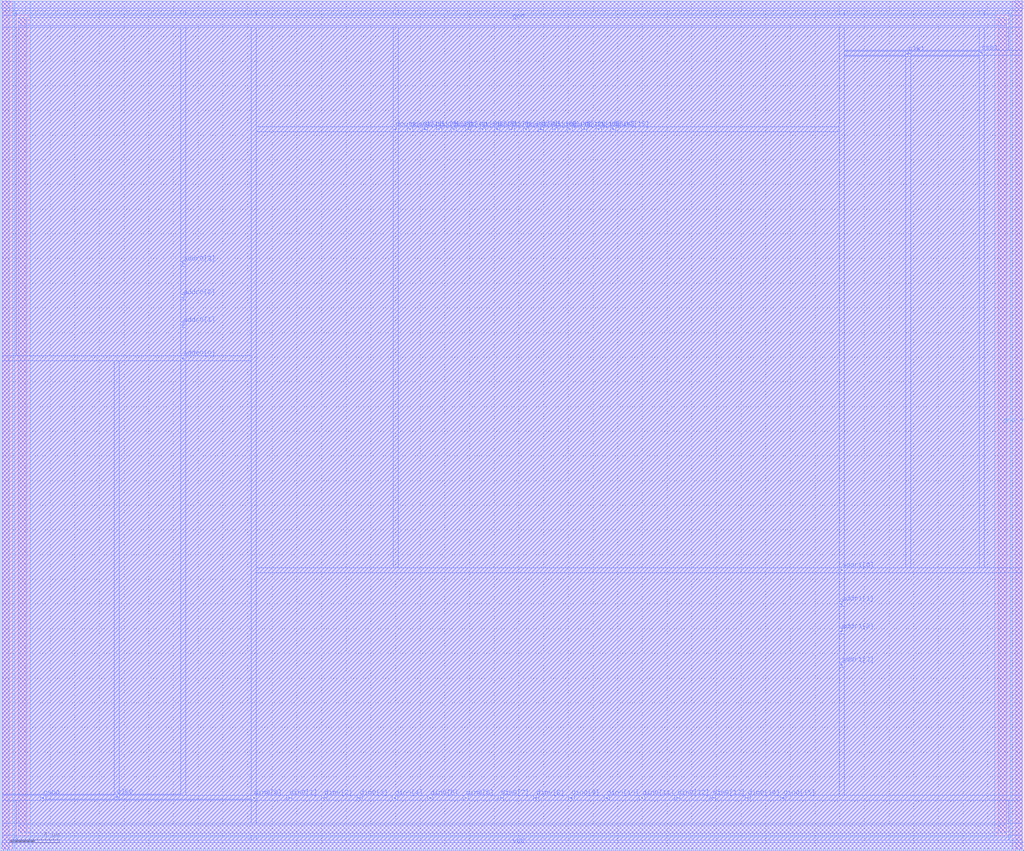
<source format=lef>
VERSION 5.4 ;
NAMESCASESENSITIVE ON ;
BUSBITCHARS "[]" ;
DIVIDERCHAR "/" ;
UNITS
  DATABASE MICRONS 2000 ;
END UNITS
MACRO sram_mm2s
   CLASS BLOCK ;
   SIZE 82.945 BY 68.97 ;
   SYMMETRY X Y R90 ;
   PIN din0[0]
      DIRECTION INPUT ;
      PORT
         LAYER metal3 ;
         RECT  20.445 4.2175 20.58 4.3525 ;
      END
   END din0[0]
   PIN din0[1]
      DIRECTION INPUT ;
      PORT
         LAYER metal3 ;
         RECT  23.305 4.2175 23.44 4.3525 ;
      END
   END din0[1]
   PIN din0[2]
      DIRECTION INPUT ;
      PORT
         LAYER metal3 ;
         RECT  26.165 4.2175 26.3 4.3525 ;
      END
   END din0[2]
   PIN din0[3]
      DIRECTION INPUT ;
      PORT
         LAYER metal3 ;
         RECT  29.025 4.2175 29.16 4.3525 ;
      END
   END din0[3]
   PIN din0[4]
      DIRECTION INPUT ;
      PORT
         LAYER metal3 ;
         RECT  31.885 4.2175 32.02 4.3525 ;
      END
   END din0[4]
   PIN din0[5]
      DIRECTION INPUT ;
      PORT
         LAYER metal3 ;
         RECT  34.745 4.2175 34.88 4.3525 ;
      END
   END din0[5]
   PIN din0[6]
      DIRECTION INPUT ;
      PORT
         LAYER metal3 ;
         RECT  37.605 4.2175 37.74 4.3525 ;
      END
   END din0[6]
   PIN din0[7]
      DIRECTION INPUT ;
      PORT
         LAYER metal3 ;
         RECT  40.465 4.2175 40.6 4.3525 ;
      END
   END din0[7]
   PIN din0[8]
      DIRECTION INPUT ;
      PORT
         LAYER metal3 ;
         RECT  43.325 4.2175 43.46 4.3525 ;
      END
   END din0[8]
   PIN din0[9]
      DIRECTION INPUT ;
      PORT
         LAYER metal3 ;
         RECT  46.185 4.2175 46.32 4.3525 ;
      END
   END din0[9]
   PIN din0[10]
      DIRECTION INPUT ;
      PORT
         LAYER metal3 ;
         RECT  49.045 4.2175 49.18 4.3525 ;
      END
   END din0[10]
   PIN din0[11]
      DIRECTION INPUT ;
      PORT
         LAYER metal3 ;
         RECT  51.905 4.2175 52.04 4.3525 ;
      END
   END din0[11]
   PIN din0[12]
      DIRECTION INPUT ;
      PORT
         LAYER metal3 ;
         RECT  54.765 4.2175 54.9 4.3525 ;
      END
   END din0[12]
   PIN din0[13]
      DIRECTION INPUT ;
      PORT
         LAYER metal3 ;
         RECT  57.625 4.2175 57.76 4.3525 ;
      END
   END din0[13]
   PIN din0[14]
      DIRECTION INPUT ;
      PORT
         LAYER metal3 ;
         RECT  60.485 4.2175 60.62 4.3525 ;
      END
   END din0[14]
   PIN din0[15]
      DIRECTION INPUT ;
      PORT
         LAYER metal3 ;
         RECT  63.345 4.2175 63.48 4.3525 ;
      END
   END din0[15]
   PIN addr0[0]
      DIRECTION INPUT ;
      PORT
         LAYER metal3 ;
         RECT  14.725 39.8375 14.86 39.9725 ;
      END
   END addr0[0]
   PIN addr0[1]
      DIRECTION INPUT ;
      PORT
         LAYER metal3 ;
         RECT  14.725 42.5675 14.86 42.7025 ;
      END
   END addr0[1]
   PIN addr0[2]
      DIRECTION INPUT ;
      PORT
         LAYER metal3 ;
         RECT  14.725 44.7775 14.86 44.9125 ;
      END
   END addr0[2]
   PIN addr0[3]
      DIRECTION INPUT ;
      PORT
         LAYER metal3 ;
         RECT  14.725 47.5075 14.86 47.6425 ;
      END
   END addr0[3]
   PIN addr1[0]
      DIRECTION INPUT ;
      PORT
         LAYER metal3 ;
         RECT  68.085 22.6775 68.22 22.8125 ;
      END
   END addr1[0]
   PIN addr1[1]
      DIRECTION INPUT ;
      PORT
         LAYER metal3 ;
         RECT  68.085 19.9475 68.22 20.0825 ;
      END
   END addr1[1]
   PIN addr1[2]
      DIRECTION INPUT ;
      PORT
         LAYER metal3 ;
         RECT  68.085 17.7375 68.22 17.8725 ;
      END
   END addr1[2]
   PIN addr1[3]
      DIRECTION INPUT ;
      PORT
         LAYER metal3 ;
         RECT  68.085 15.0075 68.22 15.1425 ;
      END
   END addr1[3]
   PIN csb0
      DIRECTION INPUT ;
      PORT
         LAYER metal3 ;
         RECT  3.365 4.2175 3.5 4.3525 ;
      END
   END csb0
   PIN csb1
      DIRECTION INPUT ;
      PORT
         LAYER metal3 ;
         RECT  79.445 64.6175 79.58 64.7525 ;
      END
   END csb1
   PIN clk0
      DIRECTION INPUT ;
      PORT
         LAYER metal3 ;
         RECT  9.3275 4.3025 9.4625 4.4375 ;
      END
   END clk0
   PIN clk1
      DIRECTION INPUT ;
      PORT
         LAYER metal3 ;
         RECT  73.4825 64.5325 73.6175 64.6675 ;
      END
   END clk1
   PIN dout1[0]
      DIRECTION OUTPUT ;
      PORT
         LAYER metal3 ;
         RECT  31.935 58.415 32.07 58.55 ;
      END
   END dout1[0]
   PIN dout1[1]
      DIRECTION OUTPUT ;
      PORT
         LAYER metal3 ;
         RECT  33.11 58.415 33.245 58.55 ;
      END
   END dout1[1]
   PIN dout1[2]
      DIRECTION OUTPUT ;
      PORT
         LAYER metal3 ;
         RECT  34.285 58.415 34.42 58.55 ;
      END
   END dout1[2]
   PIN dout1[3]
      DIRECTION OUTPUT ;
      PORT
         LAYER metal3 ;
         RECT  35.46 58.415 35.595 58.55 ;
      END
   END dout1[3]
   PIN dout1[4]
      DIRECTION OUTPUT ;
      PORT
         LAYER metal3 ;
         RECT  36.635 58.415 36.77 58.55 ;
      END
   END dout1[4]
   PIN dout1[5]
      DIRECTION OUTPUT ;
      PORT
         LAYER metal3 ;
         RECT  37.81 58.415 37.945 58.55 ;
      END
   END dout1[5]
   PIN dout1[6]
      DIRECTION OUTPUT ;
      PORT
         LAYER metal3 ;
         RECT  38.985 58.415 39.12 58.55 ;
      END
   END dout1[6]
   PIN dout1[7]
      DIRECTION OUTPUT ;
      PORT
         LAYER metal3 ;
         RECT  40.16 58.415 40.295 58.55 ;
      END
   END dout1[7]
   PIN dout1[8]
      DIRECTION OUTPUT ;
      PORT
         LAYER metal3 ;
         RECT  41.335 58.415 41.47 58.55 ;
      END
   END dout1[8]
   PIN dout1[9]
      DIRECTION OUTPUT ;
      PORT
         LAYER metal3 ;
         RECT  42.51 58.415 42.645 58.55 ;
      END
   END dout1[9]
   PIN dout1[10]
      DIRECTION OUTPUT ;
      PORT
         LAYER metal3 ;
         RECT  43.685 58.415 43.82 58.55 ;
      END
   END dout1[10]
   PIN dout1[11]
      DIRECTION OUTPUT ;
      PORT
         LAYER metal3 ;
         RECT  44.86 58.415 44.995 58.55 ;
      END
   END dout1[11]
   PIN dout1[12]
      DIRECTION OUTPUT ;
      PORT
         LAYER metal3 ;
         RECT  46.035 58.415 46.17 58.55 ;
      END
   END dout1[12]
   PIN dout1[13]
      DIRECTION OUTPUT ;
      PORT
         LAYER metal3 ;
         RECT  47.21 58.415 47.345 58.55 ;
      END
   END dout1[13]
   PIN dout1[14]
      DIRECTION OUTPUT ;
      PORT
         LAYER metal3 ;
         RECT  48.385 58.415 48.52 58.55 ;
      END
   END dout1[14]
   PIN dout1[15]
      DIRECTION OUTPUT ;
      PORT
         LAYER metal3 ;
         RECT  49.56 58.415 49.695 58.55 ;
      END
   END dout1[15]
   PIN vdd
      DIRECTION INOUT ;
      USE POWER ; 
      SHAPE ABUTMENT ; 
      PORT
         LAYER metal4 ;
         RECT  0.0 0.0 0.7 68.97 ;
         LAYER metal3 ;
         RECT  0.0 68.27 82.945 68.97 ;
         LAYER metal4 ;
         RECT  82.245 0.0 82.945 68.97 ;
         LAYER metal3 ;
         RECT  0.0 0.0 82.945 0.7 ;
      END
   END vdd
   PIN gnd
      DIRECTION INOUT ;
      USE GROUND ; 
      SHAPE ABUTMENT ; 
      PORT
         LAYER metal4 ;
         RECT  1.4 1.4 2.1 67.57 ;
         LAYER metal3 ;
         RECT  1.4 1.4 81.545 2.1 ;
         LAYER metal3 ;
         RECT  1.4 66.87 81.545 67.57 ;
         LAYER metal4 ;
         RECT  80.845 1.4 81.545 67.57 ;
      END
   END gnd
   OBS
   LAYER  metal1 ;
      RECT  0.14 0.14 82.805 68.83 ;
   LAYER  metal2 ;
      RECT  0.14 0.14 82.805 68.83 ;
   LAYER  metal3 ;
      RECT  20.72 4.0775 23.165 4.4925 ;
      RECT  23.58 4.0775 26.025 4.4925 ;
      RECT  26.44 4.0775 28.885 4.4925 ;
      RECT  29.3 4.0775 31.745 4.4925 ;
      RECT  32.16 4.0775 34.605 4.4925 ;
      RECT  35.02 4.0775 37.465 4.4925 ;
      RECT  37.88 4.0775 40.325 4.4925 ;
      RECT  40.74 4.0775 43.185 4.4925 ;
      RECT  43.6 4.0775 46.045 4.4925 ;
      RECT  46.46 4.0775 48.905 4.4925 ;
      RECT  49.32 4.0775 51.765 4.4925 ;
      RECT  52.18 4.0775 54.625 4.4925 ;
      RECT  55.04 4.0775 57.485 4.4925 ;
      RECT  57.9 4.0775 60.345 4.4925 ;
      RECT  60.76 4.0775 63.205 4.4925 ;
      RECT  63.62 4.0775 82.805 4.4925 ;
      RECT  0.14 39.6975 14.585 40.1125 ;
      RECT  14.585 4.4925 15.0 39.6975 ;
      RECT  15.0 4.4925 20.305 39.6975 ;
      RECT  15.0 39.6975 20.305 40.1125 ;
      RECT  14.585 40.1125 15.0 42.4275 ;
      RECT  14.585 42.8425 15.0 44.6375 ;
      RECT  14.585 45.0525 15.0 47.3675 ;
      RECT  20.72 4.4925 67.945 22.5375 ;
      RECT  20.72 22.5375 67.945 22.9525 ;
      RECT  68.36 4.4925 82.805 22.5375 ;
      RECT  68.36 22.5375 82.805 22.9525 ;
      RECT  67.945 20.2225 68.36 22.5375 ;
      RECT  67.945 18.0125 68.36 19.8075 ;
      RECT  67.945 4.4925 68.36 14.8675 ;
      RECT  67.945 15.2825 68.36 17.5975 ;
      RECT  0.14 4.0775 3.225 4.4925 ;
      RECT  79.305 22.9525 79.72 64.4775 ;
      RECT  79.72 22.9525 82.805 64.4775 ;
      RECT  79.72 64.4775 82.805 64.8925 ;
      RECT  0.14 4.4925 9.1875 4.5775 ;
      RECT  0.14 4.5775 9.1875 39.6975 ;
      RECT  9.1875 4.5775 9.6025 39.6975 ;
      RECT  9.6025 4.4925 14.585 4.5775 ;
      RECT  9.6025 4.5775 14.585 39.6975 ;
      RECT  3.64 4.0775 9.1875 4.1625 ;
      RECT  3.64 4.1625 9.1875 4.4925 ;
      RECT  9.1875 4.0775 9.6025 4.1625 ;
      RECT  9.6025 4.0775 20.305 4.1625 ;
      RECT  9.6025 4.1625 20.305 4.4925 ;
      RECT  68.36 22.9525 73.3425 64.3925 ;
      RECT  68.36 64.3925 73.3425 64.4775 ;
      RECT  73.3425 22.9525 73.7575 64.3925 ;
      RECT  73.7575 22.9525 79.305 64.3925 ;
      RECT  73.7575 64.3925 79.305 64.4775 ;
      RECT  68.36 64.4775 73.3425 64.8075 ;
      RECT  68.36 64.8075 73.3425 64.8925 ;
      RECT  73.3425 64.8075 73.7575 64.8925 ;
      RECT  73.7575 64.4775 79.305 64.8075 ;
      RECT  73.7575 64.8075 79.305 64.8925 ;
      RECT  20.72 22.9525 31.795 58.275 ;
      RECT  20.72 58.275 31.795 58.69 ;
      RECT  31.795 22.9525 32.21 58.275 ;
      RECT  32.21 22.9525 67.945 58.275 ;
      RECT  32.21 58.275 32.97 58.69 ;
      RECT  33.385 58.275 34.145 58.69 ;
      RECT  34.56 58.275 35.32 58.69 ;
      RECT  35.735 58.275 36.495 58.69 ;
      RECT  36.91 58.275 37.67 58.69 ;
      RECT  38.085 58.275 38.845 58.69 ;
      RECT  39.26 58.275 40.02 58.69 ;
      RECT  40.435 58.275 41.195 58.69 ;
      RECT  41.61 58.275 42.37 58.69 ;
      RECT  42.785 58.275 43.545 58.69 ;
      RECT  43.96 58.275 44.72 58.69 ;
      RECT  45.135 58.275 45.895 58.69 ;
      RECT  46.31 58.275 47.07 58.69 ;
      RECT  47.485 58.275 48.245 58.69 ;
      RECT  48.66 58.275 49.42 58.69 ;
      RECT  49.835 58.275 67.945 58.69 ;
      RECT  0.14 0.84 1.26 1.26 ;
      RECT  0.14 1.26 1.26 2.24 ;
      RECT  0.14 2.24 1.26 4.0775 ;
      RECT  1.26 0.84 20.305 1.26 ;
      RECT  1.26 2.24 20.305 4.0775 ;
      RECT  20.305 0.84 20.72 1.26 ;
      RECT  20.305 2.24 20.72 4.0775 ;
      RECT  20.72 0.84 81.685 1.26 ;
      RECT  20.72 2.24 81.685 4.0775 ;
      RECT  81.685 0.84 82.805 1.26 ;
      RECT  81.685 1.26 82.805 2.24 ;
      RECT  81.685 2.24 82.805 4.0775 ;
      RECT  20.305 4.4925 20.72 66.73 ;
      RECT  20.305 67.71 20.72 68.13 ;
      RECT  0.14 40.1125 1.26 66.73 ;
      RECT  0.14 66.73 1.26 67.71 ;
      RECT  0.14 67.71 1.26 68.13 ;
      RECT  1.26 40.1125 14.585 66.73 ;
      RECT  1.26 67.71 14.585 68.13 ;
      RECT  15.0 40.1125 20.305 66.73 ;
      RECT  15.0 67.71 20.305 68.13 ;
      RECT  14.585 47.7825 15.0 66.73 ;
      RECT  14.585 67.71 15.0 68.13 ;
      RECT  67.945 22.9525 68.36 66.73 ;
      RECT  67.945 67.71 68.36 68.13 ;
      RECT  68.36 64.8925 79.305 66.73 ;
      RECT  68.36 67.71 79.305 68.13 ;
      RECT  79.305 64.8925 79.72 66.73 ;
      RECT  79.305 67.71 79.72 68.13 ;
      RECT  79.72 64.8925 81.685 66.73 ;
      RECT  79.72 67.71 81.685 68.13 ;
      RECT  81.685 64.8925 82.805 66.73 ;
      RECT  81.685 66.73 82.805 67.71 ;
      RECT  81.685 67.71 82.805 68.13 ;
      RECT  20.72 58.69 31.795 66.73 ;
      RECT  20.72 67.71 31.795 68.13 ;
      RECT  31.795 58.69 32.21 66.73 ;
      RECT  31.795 67.71 32.21 68.13 ;
      RECT  32.21 58.69 67.945 66.73 ;
      RECT  32.21 67.71 67.945 68.13 ;
   LAYER  metal4 ;
      RECT  0.98 0.14 1.12 1.12 ;
      RECT  0.98 1.12 1.12 67.85 ;
      RECT  0.98 67.85 1.12 68.83 ;
      RECT  1.12 0.14 2.38 1.12 ;
      RECT  1.12 67.85 2.38 68.83 ;
      RECT  2.38 0.14 81.965 1.12 ;
      RECT  2.38 67.85 81.965 68.83 ;
      RECT  2.38 1.12 80.565 67.85 ;
      RECT  81.825 1.12 81.965 67.85 ;
   END
END    sram_mm2s
END    LIBRARY

</source>
